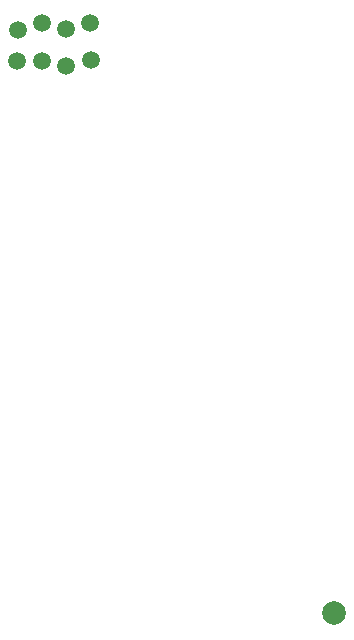
<source format=gbr>
%TF.GenerationSoftware,KiCad,Pcbnew,7.0.7*%
%TF.CreationDate,2023-10-06T13:44:46-06:00*%
%TF.ProjectId,pico_flatflex,7069636f-5f66-46c6-9174-666c65782e6b,rev?*%
%TF.SameCoordinates,Original*%
%TF.FileFunction,Soldermask,Bot*%
%TF.FilePolarity,Negative*%
%FSLAX46Y46*%
G04 Gerber Fmt 4.6, Leading zero omitted, Abs format (unit mm)*
G04 Created by KiCad (PCBNEW 7.0.7) date 2023-10-06 13:44:46*
%MOMM*%
%LPD*%
G01*
G04 APERTURE LIST*
%ADD10C,1.500000*%
%ADD11C,2.000000*%
G04 APERTURE END LIST*
D10*
%TO.C,REF\u002A\u002A*%
X22047200Y-98653600D03*
%TD*%
%TO.C,REF\u002A\u002A*%
X28194000Y-95504000D03*
%TD*%
%TO.C,REF\u002A\u002A*%
X26162000Y-95961200D03*
%TD*%
%TO.C,REF\u002A\u002A*%
X24130000Y-98653600D03*
%TD*%
%TO.C,REF\u002A\u002A*%
X22098000Y-96088200D03*
%TD*%
%TO.C,REF\u002A\u002A*%
X28244800Y-98628200D03*
%TD*%
D11*
%TO.C,REF\u002A\u002A*%
X48895000Y-145415000D03*
%TD*%
D10*
%TO.C,REF\u002A\u002A*%
X24130000Y-95504000D03*
%TD*%
%TO.C,REF\u002A\u002A*%
X26162000Y-99136200D03*
%TD*%
M02*

</source>
